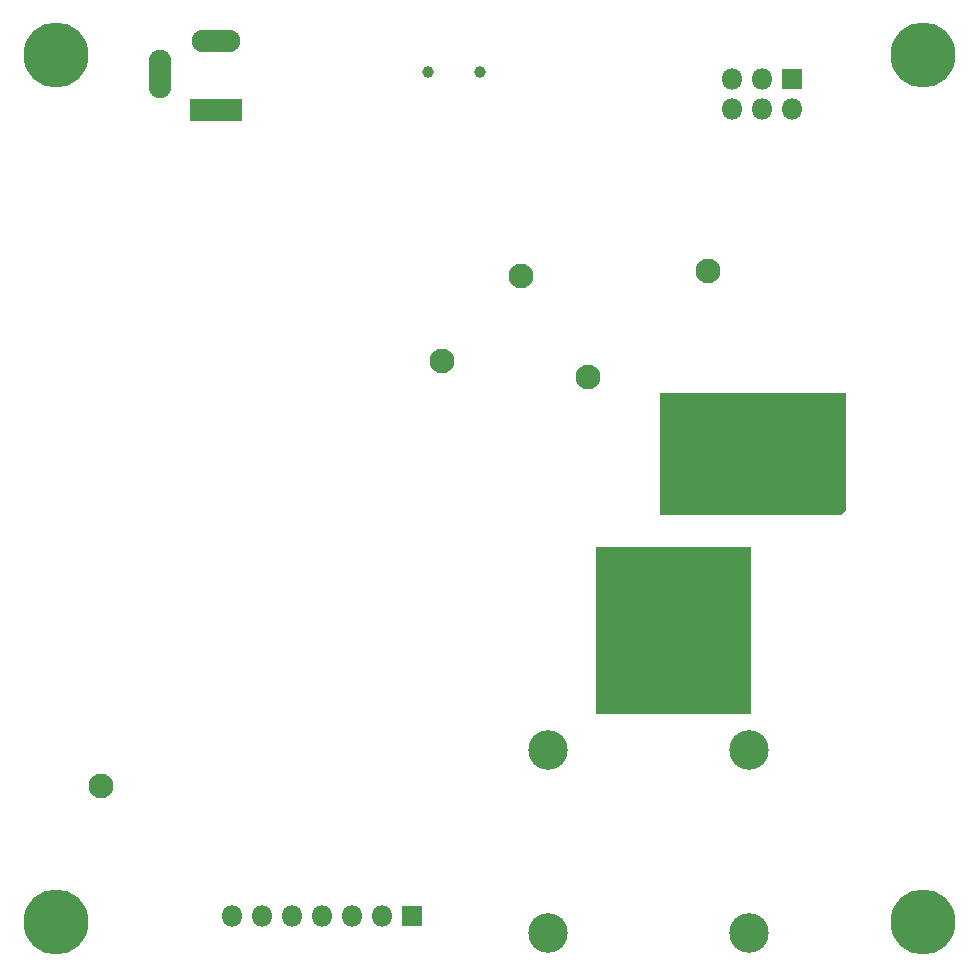
<source format=gbs>
%TF.GenerationSoftware,KiCad,Pcbnew,(5.1.2)-2*%
%TF.CreationDate,2020-11-17T15:03:50-05:00*%
%TF.ProjectId,Battery_Storage_Device,42617474-6572-4795-9f53-746f72616765,rev?*%
%TF.SameCoordinates,Original*%
%TF.FileFunction,Soldermask,Bot*%
%TF.FilePolarity,Negative*%
%FSLAX46Y46*%
G04 Gerber Fmt 4.6, Leading zero omitted, Abs format (unit mm)*
G04 Created by KiCad (PCBNEW (5.1.2)-2) date 2020-11-17 15:03:50*
%MOMM*%
%LPD*%
G04 APERTURE LIST*
%ADD10C,0.100000*%
%ADD11C,5.500000*%
%ADD12C,2.100000*%
%ADD13C,3.350000*%
%ADD14O,1.800000X1.800000*%
%ADD15R,1.800000X1.800000*%
%ADD16R,4.500000X1.900000*%
%ADD17O,4.100000X1.900000*%
%ADD18O,1.900000X4.100000*%
%ADD19C,1.000000*%
G04 APERTURE END LIST*
D10*
G36*
X150100000Y-91800000D02*
G01*
X149750000Y-92150000D01*
X134450000Y-92150000D01*
X134450000Y-81900000D01*
X150100000Y-81900000D01*
X150100000Y-91800000D01*
G37*
X150100000Y-91800000D02*
X149750000Y-92150000D01*
X134450000Y-92150000D01*
X134450000Y-81900000D01*
X150100000Y-81900000D01*
X150100000Y-91800000D01*
G36*
X142100000Y-109000000D02*
G01*
X129000000Y-109000000D01*
X129000000Y-94900000D01*
X142100000Y-94900000D01*
X142100000Y-109000000D01*
G37*
X142100000Y-109000000D02*
X129000000Y-109000000D01*
X129000000Y-94900000D01*
X142100000Y-94900000D01*
X142100000Y-109000000D01*
D11*
%TO.C,H4*%
X83300000Y-126700000D03*
%TD*%
%TO.C,H3*%
X156700000Y-126700000D03*
%TD*%
%TO.C,H2*%
X156700000Y-53300000D03*
%TD*%
%TO.C,H1*%
X83300000Y-53300000D03*
%TD*%
D12*
%TO.C,TP6*%
X87100000Y-115200000D03*
%TD*%
%TO.C,TP5*%
X122650000Y-71950000D03*
%TD*%
%TO.C,TP4*%
X116000000Y-79150000D03*
%TD*%
%TO.C,TP3*%
X133650000Y-107250000D03*
%TD*%
%TO.C,TP2*%
X128350000Y-80550000D03*
%TD*%
%TO.C,TP1*%
X138550000Y-71550000D03*
%TD*%
D13*
%TO.C,J6*%
X125000000Y-127650000D03*
X125000000Y-112150000D03*
%TD*%
%TO.C,J1*%
X142000000Y-127650000D03*
X142000000Y-112150000D03*
%TD*%
D14*
%TO.C,J2*%
X98260000Y-126200000D03*
X100800000Y-126200000D03*
X103340000Y-126200000D03*
X105880000Y-126200000D03*
X108420000Y-126200000D03*
X110960000Y-126200000D03*
D15*
X113500000Y-126200000D03*
%TD*%
D14*
%TO.C,J5*%
X140570000Y-57890000D03*
X140570000Y-55350000D03*
X143110000Y-57890000D03*
X143110000Y-55350000D03*
X145650000Y-57890000D03*
D15*
X145650000Y-55350000D03*
%TD*%
D16*
%TO.C,J4*%
X96900000Y-57900000D03*
D17*
X96900000Y-52100000D03*
D18*
X92100000Y-54900000D03*
%TD*%
D19*
%TO.C,J3*%
X114800000Y-54700000D03*
X119200000Y-54700000D03*
%TD*%
M02*

</source>
